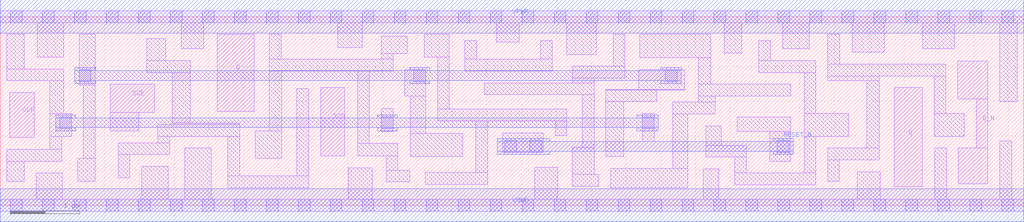
<source format=lef>
# Copyright 2020 The SkyWater PDK Authors
#
# Licensed under the Apache License, Version 2.0 (the "License");
# you may not use this file except in compliance with the License.
# You may obtain a copy of the License at
#
#     https://www.apache.org/licenses/LICENSE-2.0
#
# Unless required by applicable law or agreed to in writing, software
# distributed under the License is distributed on an "AS IS" BASIS,
# WITHOUT WARRANTIES OR CONDITIONS OF ANY KIND, either express or implied.
# See the License for the specific language governing permissions and
# limitations under the License.
#
# SPDX-License-Identifier: Apache-2.0

VERSION 5.7 ;
  NAMESCASESENSITIVE ON ;
  NOWIREEXTENSIONATPIN ON ;
  DIVIDERCHAR "/" ;
  BUSBITCHARS "[]" ;
UNITS
  DATABASE MICRONS 200 ;
END UNITS
PROPERTYDEFINITIONS
  MACRO maskLayoutSubType STRING ;
  MACRO prCellType STRING ;
  MACRO originalViewName STRING ;
END PROPERTYDEFINITIONS
MACRO sky130_fd_sc_hdll__sdfrbp_2
  CLASS CORE ;
  FOREIGN sky130_fd_sc_hdll__sdfrbp_2 ;
  ORIGIN  0.000000  0.000000 ;
  SIZE  14.72000 BY  2.720000 ;
  SYMMETRY X Y R90 ;
  SITE unithd ;
  PIN CLK
    ANTENNAGATEAREA  0.277500 ;
    DIRECTION INPUT ;
    USE SIGNAL ;
    PORT
      LAYER li1 ;
        RECT 0.140000 0.975000 0.490000 1.625000 ;
    END
  END CLK
  PIN D
    ANTENNAGATEAREA  0.160200 ;
    DIRECTION INPUT ;
    USE SIGNAL ;
    PORT
      LAYER li1 ;
        RECT 3.120000 1.355000 3.655000 2.465000 ;
    END
  END D
  PIN Q
    ANTENNADIFFAREA  0.564000 ;
    DIRECTION OUTPUT ;
    USE SIGNAL ;
    PORT
      LAYER li1 ;
        RECT 12.860000 0.265000 13.260000 1.695000 ;
    END
  END Q
  PIN Q_N
    ANTENNADIFFAREA  0.494750 ;
    DIRECTION OUTPUT ;
    USE SIGNAL ;
    PORT
      LAYER li1 ;
        RECT 13.770000 1.535000 14.205000 2.080000 ;
        RECT 13.780000 0.310000 14.205000 0.825000 ;
        RECT 14.035000 0.825000 14.205000 1.535000 ;
    END
  END Q_N
  PIN RESET_B
    ANTENNAGATEAREA  0.277200 ;
    DIRECTION INPUT ;
    USE SIGNAL ;
    PORT
      LAYER met1 ;
        RECT  7.145000 0.735000  7.900000 0.780000 ;
        RECT  7.145000 0.780000 11.405000 0.920000 ;
        RECT  7.145000 0.920000  7.900000 0.965000 ;
        RECT 11.115000 0.735000 11.405000 0.780000 ;
        RECT 11.115000 0.920000 11.405000 0.965000 ;
    END
  END RESET_B
  PIN SCD
    ANTENNAGATEAREA  0.172800 ;
    DIRECTION INPUT ;
    USE SIGNAL ;
    PORT
      LAYER li1 ;
        RECT 4.610000 0.710000 4.955000 1.700000 ;
    END
  END SCD
  PIN SCE
    ANTENNAGATEAREA  0.467400 ;
    DIRECTION INPUT ;
    USE SIGNAL ;
    PORT
      LAYER li1 ;
        RECT 1.585000 1.070000 1.990000 1.335000 ;
        RECT 1.585000 1.335000 2.220000 1.745000 ;
    END
  END SCE
  PIN VGND
    DIRECTION INOUT ;
    USE GROUND ;
    PORT
      LAYER met1 ;
        RECT 0.000000 -0.240000 14.720000 0.240000 ;
    END
  END VGND
  PIN VPWR
    DIRECTION INOUT ;
    USE POWER ;
    PORT
      LAYER met1 ;
        RECT 0.000000 2.480000 14.720000 2.960000 ;
    END
  END VPWR
  OBS
    LAYER li1 ;
      RECT  0.000000 -0.085000 14.720000 0.085000 ;
      RECT  0.000000  2.635000 14.720000 2.805000 ;
      RECT  0.090000  1.795000  0.915000 1.965000 ;
      RECT  0.090000  1.965000  0.345000 2.465000 ;
      RECT  0.095000  0.345000  0.345000 0.635000 ;
      RECT  0.095000  0.635000  0.885000 0.805000 ;
      RECT  0.515000  0.085000  0.895000 0.465000 ;
      RECT  0.530000  2.135000  0.910000 2.635000 ;
      RECT  0.710000  0.805000  0.885000 0.995000 ;
      RECT  0.710000  0.995000  1.025000 1.325000 ;
      RECT  0.710000  1.325000  0.915000 1.795000 ;
      RECT  1.115000  0.345000  1.365000 0.675000 ;
      RECT  1.135000  1.730000  1.365000 2.465000 ;
      RECT  1.195000  0.675000  1.365000 1.730000 ;
      RECT  1.695000  0.395000  1.865000 0.730000 ;
      RECT  1.695000  0.730000  2.435000 0.900000 ;
      RECT  2.035000  0.085000  2.415000 0.560000 ;
      RECT  2.110000  1.915000  2.730000 2.085000 ;
      RECT  2.110000  2.085000  2.380000 2.400000 ;
      RECT  2.265000  0.900000  2.435000 0.995000 ;
      RECT  2.265000  0.995000  3.445000 1.165000 ;
      RECT  2.475000  1.165000  3.445000 1.185000 ;
      RECT  2.475000  1.185000  2.730000 1.915000 ;
      RECT  2.600000  2.255000  2.930000 2.635000 ;
      RECT  2.655000  0.085000  3.035000 0.825000 ;
      RECT  3.275000  0.255000  4.435000 0.425000 ;
      RECT  3.275000  0.425000  3.445000 0.995000 ;
      RECT  3.665000  0.675000  4.045000 1.075000 ;
      RECT  3.870000  1.075000  4.045000 1.935000 ;
      RECT  3.870000  1.935000  5.650000 2.105000 ;
      RECT  3.870000  2.105000  4.040000 2.465000 ;
      RECT  4.265000  0.425000  4.435000 1.685000 ;
      RECT  4.855000  2.275000  5.205000 2.635000 ;
      RECT  5.005000  0.085000  5.350000 0.540000 ;
      RECT  5.140000  0.715000  5.720000 0.895000 ;
      RECT  5.140000  0.895000  5.310000 1.935000 ;
      RECT  5.480000  1.065000  5.650000 1.395000 ;
      RECT  5.480000  2.105000  5.650000 2.185000 ;
      RECT  5.480000  2.185000  5.850000 2.435000 ;
      RECT  5.550000  0.335000  5.890000 0.505000 ;
      RECT  5.550000  0.505000  5.720000 0.715000 ;
      RECT  5.820000  1.575000  6.120000 1.955000 ;
      RECT  5.900000  0.705000  6.650000 1.035000 ;
      RECT  5.900000  1.035000  6.120000 1.575000 ;
      RECT  6.095000  2.135000  6.460000 2.465000 ;
      RECT  6.110000  0.305000  7.010000 0.475000 ;
      RECT  6.290000  1.215000  8.150000 1.385000 ;
      RECT  6.290000  1.385000  6.460000 2.135000 ;
      RECT  6.680000  1.935000  7.940000 2.105000 ;
      RECT  6.680000  2.105000  6.850000 2.375000 ;
      RECT  6.840000  0.475000  7.010000 1.215000 ;
      RECT  6.960000  1.595000  8.540000 1.765000 ;
      RECT  7.135000  2.355000  7.465000 2.635000 ;
      RECT  7.230000  0.765000  7.810000 1.045000 ;
      RECT  7.690000  0.085000  8.020000 0.545000 ;
      RECT  7.770000  2.105000  7.940000 2.375000 ;
      RECT  7.980000  1.005000  8.150000 1.215000 ;
      RECT  8.150000  2.175000  8.570000 2.635000 ;
      RECT  8.230000  0.275000  8.610000 0.445000 ;
      RECT  8.230000  0.445000  8.540000 0.835000 ;
      RECT  8.230000  1.765000  8.540000 1.835000 ;
      RECT  8.230000  1.835000  8.985000 2.005000 ;
      RECT  8.370000  0.835000  8.540000 1.595000 ;
      RECT  8.710000  0.705000  8.970000 1.495000 ;
      RECT  8.710000  1.495000  9.445000 1.660000 ;
      RECT  8.710000  1.660000  9.845000 1.665000 ;
      RECT  8.780000  0.255000  9.890000 0.535000 ;
      RECT  8.815000  2.005000  8.985000 2.465000 ;
      RECT  9.185000  1.665000  9.845000 1.955000 ;
      RECT  9.195000  2.125000 10.215000 2.465000 ;
      RECT  9.235000  0.920000  9.405000 1.325000 ;
      RECT  9.670000  0.535000  9.890000 1.315000 ;
      RECT  9.670000  1.315000 10.285000 1.485000 ;
      RECT 10.040000  1.485000 10.285000 1.575000 ;
      RECT 10.040000  1.575000 11.370000 1.745000 ;
      RECT 10.040000  1.745000 10.215000 2.125000 ;
      RECT 10.110000  0.085000 10.330000 0.525000 ;
      RECT 10.150000  0.695000 10.730000 0.865000 ;
      RECT 10.150000  0.865000 10.370000 1.145000 ;
      RECT 10.415000  2.195000 10.665000 2.635000 ;
      RECT 10.560000  0.295000 11.730000 0.465000 ;
      RECT 10.560000  0.465000 10.730000 0.695000 ;
      RECT 10.600000  1.065000 11.370000 1.275000 ;
      RECT 10.910000  1.915000 11.730000 2.085000 ;
      RECT 10.910000  2.085000 11.080000 2.375000 ;
      RECT 11.065000  0.635000 11.370000 1.065000 ;
      RECT 11.255000  2.255000 11.635000 2.635000 ;
      RECT 11.560000  0.465000 11.730000 0.995000 ;
      RECT 11.560000  0.995000 12.205000 1.325000 ;
      RECT 11.560000  1.325000 11.730000 1.915000 ;
      RECT 11.900000  0.345000 12.070000 0.655000 ;
      RECT 11.900000  0.655000 12.640000 0.825000 ;
      RECT 11.900000  1.795000 12.640000 1.865000 ;
      RECT 11.900000  1.865000 13.600000 2.035000 ;
      RECT 11.900000  2.035000 12.075000 2.465000 ;
      RECT 12.255000  2.205000 12.715000 2.635000 ;
      RECT 12.325000  0.085000 12.655000 0.485000 ;
      RECT 12.465000  0.825000 12.640000 1.795000 ;
      RECT 13.270000  2.255000 13.725000 2.635000 ;
      RECT 13.430000  0.995000 13.865000 1.325000 ;
      RECT 13.430000  1.325000 13.600000 1.865000 ;
      RECT 13.440000  0.085000 13.610000 0.825000 ;
      RECT 14.375000  0.085000 14.545000 0.930000 ;
      RECT 14.375000  1.495000 14.625000 2.635000 ;
    LAYER mcon ;
      RECT  0.145000 -0.085000  0.315000 0.085000 ;
      RECT  0.145000  2.635000  0.315000 2.805000 ;
      RECT  0.605000 -0.085000  0.775000 0.085000 ;
      RECT  0.605000  2.635000  0.775000 2.805000 ;
      RECT  0.855000  1.105000  1.025000 1.275000 ;
      RECT  1.065000 -0.085000  1.235000 0.085000 ;
      RECT  1.065000  2.635000  1.235000 2.805000 ;
      RECT  1.135000  1.785000  1.305000 1.955000 ;
      RECT  1.525000 -0.085000  1.695000 0.085000 ;
      RECT  1.525000  2.635000  1.695000 2.805000 ;
      RECT  1.985000 -0.085000  2.155000 0.085000 ;
      RECT  1.985000  2.635000  2.155000 2.805000 ;
      RECT  2.445000 -0.085000  2.615000 0.085000 ;
      RECT  2.445000  2.635000  2.615000 2.805000 ;
      RECT  2.905000 -0.085000  3.075000 0.085000 ;
      RECT  2.905000  2.635000  3.075000 2.805000 ;
      RECT  3.365000 -0.085000  3.535000 0.085000 ;
      RECT  3.365000  2.635000  3.535000 2.805000 ;
      RECT  3.825000 -0.085000  3.995000 0.085000 ;
      RECT  3.825000  2.635000  3.995000 2.805000 ;
      RECT  4.285000 -0.085000  4.455000 0.085000 ;
      RECT  4.285000  2.635000  4.455000 2.805000 ;
      RECT  4.745000 -0.085000  4.915000 0.085000 ;
      RECT  4.745000  2.635000  4.915000 2.805000 ;
      RECT  5.205000 -0.085000  5.375000 0.085000 ;
      RECT  5.205000  2.635000  5.375000 2.805000 ;
      RECT  5.480000  1.105000  5.650000 1.275000 ;
      RECT  5.665000 -0.085000  5.835000 0.085000 ;
      RECT  5.665000  2.635000  5.835000 2.805000 ;
      RECT  5.950000  1.785000  6.120000 1.955000 ;
      RECT  6.125000 -0.085000  6.295000 0.085000 ;
      RECT  6.125000  2.635000  6.295000 2.805000 ;
      RECT  6.585000 -0.085000  6.755000 0.085000 ;
      RECT  6.585000  2.635000  6.755000 2.805000 ;
      RECT  7.045000 -0.085000  7.215000 0.085000 ;
      RECT  7.045000  2.635000  7.215000 2.805000 ;
      RECT  7.255000  0.765000  7.425000 0.935000 ;
      RECT  7.505000 -0.085000  7.675000 0.085000 ;
      RECT  7.505000  2.635000  7.675000 2.805000 ;
      RECT  7.615000  0.765000  7.785000 0.935000 ;
      RECT  7.965000 -0.085000  8.135000 0.085000 ;
      RECT  7.965000  2.635000  8.135000 2.805000 ;
      RECT  8.425000 -0.085000  8.595000 0.085000 ;
      RECT  8.425000  2.635000  8.595000 2.805000 ;
      RECT  8.885000 -0.085000  9.055000 0.085000 ;
      RECT  8.885000  2.635000  9.055000 2.805000 ;
      RECT  9.235000  1.105000  9.405000 1.275000 ;
      RECT  9.345000 -0.085000  9.515000 0.085000 ;
      RECT  9.345000  2.635000  9.515000 2.805000 ;
      RECT  9.565000  1.785000  9.735000 1.955000 ;
      RECT  9.805000 -0.085000  9.975000 0.085000 ;
      RECT  9.805000  2.635000  9.975000 2.805000 ;
      RECT 10.265000 -0.085000 10.435000 0.085000 ;
      RECT 10.265000  2.635000 10.435000 2.805000 ;
      RECT 10.725000 -0.085000 10.895000 0.085000 ;
      RECT 10.725000  2.635000 10.895000 2.805000 ;
      RECT 11.175000  0.765000 11.345000 0.935000 ;
      RECT 11.185000 -0.085000 11.355000 0.085000 ;
      RECT 11.185000  2.635000 11.355000 2.805000 ;
      RECT 11.645000 -0.085000 11.815000 0.085000 ;
      RECT 11.645000  2.635000 11.815000 2.805000 ;
      RECT 12.105000 -0.085000 12.275000 0.085000 ;
      RECT 12.105000  2.635000 12.275000 2.805000 ;
      RECT 12.565000 -0.085000 12.735000 0.085000 ;
      RECT 12.565000  2.635000 12.735000 2.805000 ;
      RECT 13.025000 -0.085000 13.195000 0.085000 ;
      RECT 13.025000  2.635000 13.195000 2.805000 ;
      RECT 13.485000 -0.085000 13.655000 0.085000 ;
      RECT 13.485000  2.635000 13.655000 2.805000 ;
      RECT 13.945000 -0.085000 14.115000 0.085000 ;
      RECT 13.945000  2.635000 14.115000 2.805000 ;
      RECT 14.405000 -0.085000 14.575000 0.085000 ;
      RECT 14.405000  2.635000 14.575000 2.805000 ;
    LAYER met1 ;
      RECT 0.795000 1.075000 1.085000 1.120000 ;
      RECT 0.795000 1.120000 9.465000 1.260000 ;
      RECT 0.795000 1.260000 1.085000 1.305000 ;
      RECT 1.070000 1.755000 1.370000 1.800000 ;
      RECT 1.070000 1.800000 9.795000 1.940000 ;
      RECT 1.070000 1.940000 1.370000 1.985000 ;
      RECT 5.420000 1.075000 5.710000 1.120000 ;
      RECT 5.420000 1.260000 5.710000 1.305000 ;
      RECT 5.890000 1.755000 6.180000 1.800000 ;
      RECT 5.890000 1.940000 6.180000 1.985000 ;
      RECT 9.155000 1.075000 9.465000 1.120000 ;
      RECT 9.155000 1.260000 9.465000 1.305000 ;
      RECT 9.500000 1.755000 9.795000 1.800000 ;
      RECT 9.500000 1.940000 9.795000 1.985000 ;
  END
  PROPERTY maskLayoutSubType "abstract" ;
  PROPERTY prCellType "standard" ;
  PROPERTY originalViewName "layout" ;
END sky130_fd_sc_hdll__sdfrbp_2

</source>
